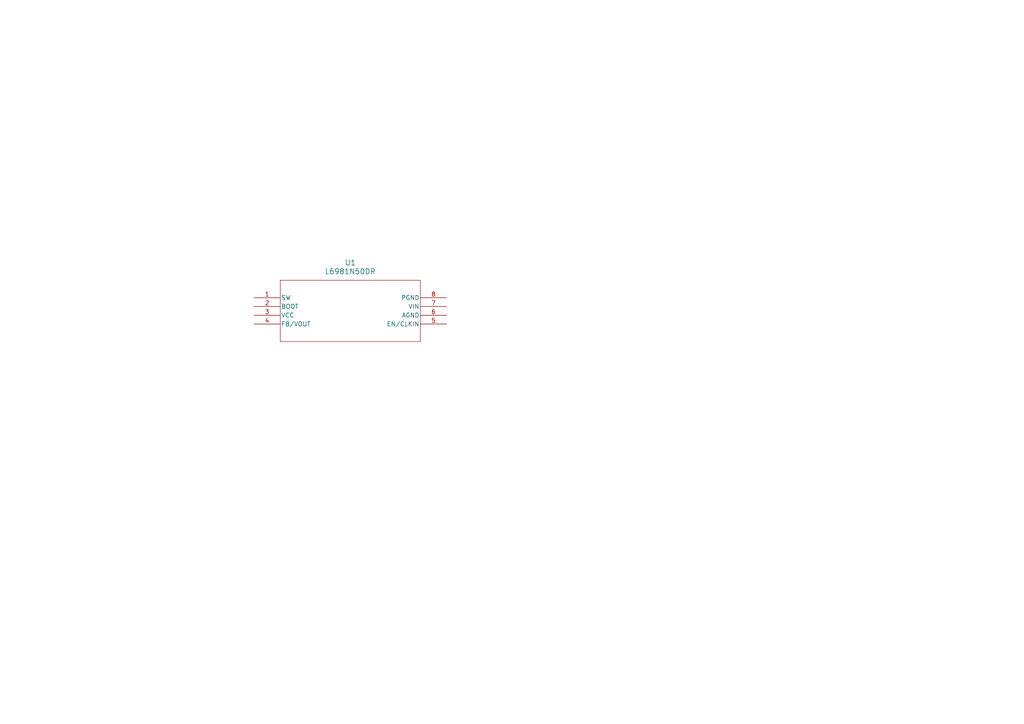
<source format=kicad_sch>
(kicad_sch (version 20230121) (generator eeschema)
  (paper "A4")
  (lib_symbols
    (symbol "2024-06-27_16-51-10:L6981N50DR" (pin_names (offset 0.254))
      (property "Reference" "U" (at 27.94 10.16 0))
      (property "Value" "L6981N50DR" (at 27.94 7.62 0))
      (symbol "L6981N50DR_0_1"
        (polyline (pts (xy 7.62 -12.7) (xy 48.26 -12.7)) (stroke (width 0.127)))
        (polyline (pts (xy 7.62 5.08) (xy 7.62 -12.7)) (stroke (width 0.127)))
        (polyline (pts (xy 48.26 -12.7) (xy 48.26 5.08)) (stroke (width 0.127)))
        (polyline (pts (xy 48.26 5.08) (xy 7.62 5.08)) (stroke (width 0.127)))
        (pin bidirectional line (at 0 0 0) (length 7.62) (name "SW") (number "1"))
        (pin unspecified line (at 0 -2.54 0) (length 7.62) (name "BOOT") (number "2"))
        (pin power_in line (at 0 -5.08 0) (length 7.62) (name "VCC") (number "3"))
        (pin output line (at 0 -7.62 0) (length 7.62) (name "FB/VOUT") (number "4"))
        (pin input line (at 55.88 -7.62 180) (length 7.62) (name "EN/CLKIN") (number "5"))
        (pin power_out line (at 55.88 -5.08 180) (length 7.62) (name "AGND") (number "6"))
        (pin power_in line (at 55.88 -2.54 180) (length 7.62) (name "VIN") (number "7"))
        (pin power_out line (at 55.88 0 180) (length 7.62) (name "PGND") (number "8"))
      )
    )
  )
  (symbol (lib_id "2024-06-27_16-51-10:L6981N50DR") (at 73.66 86.36 0) (unit 1)
    (property "Reference" "U1" (at 101.6 76.2 0) (effects (font (size 1.524 1.524))))
    (property "Value" "L6981N50DR" (at 101.6 78.74 0) (effects (font (size 1.524 1.524))))
    (property "Footprint" "footprints:SO8L_L6981N33DR_STM" (effects hide))
    (property "Datasheet" "L6981N50DR" (effects hide))
  )
)
</source>
